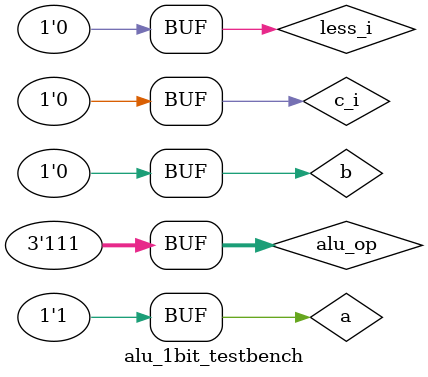
<source format=v>
`define DELAY 20
module alu_1bit_testbench();
	//module alu_1bit(res, c_i_plus_1, alu_op, a, b, c_i, less_i);
	reg a, b, c_i, less_i;
	reg [2:0] alu_op;
	wire res, c_i_plus_1;
	
	alu_1bit alu1bit(res,c_i_plus_1,alu_op, a, b, c_i, less_i);
		
	initial begin
	//add
	alu_op = 3'b000; a =1'b1; b = 1'b1; c_i = 1'b1;less_i = 1'b0;
	#`DELAY;
	//xor
	alu_op = 3'b001; a =1'b1; b = 1'b0; c_i = 1'b0;less_i = 1'b0;
	#`DELAY;
	//sub
	alu_op = 3'b010; a =1'b1; b = 1'b0; c_i = 1'b1;less_i = 1'b0;
	#`DELAY;
	//mult
	alu_op = 3'b011; a =1'b1; b = 1'b0; c_i = 1'b0;less_i = 1'b0;
	#`DELAY;
	//slt
	alu_op = 3'b100; a =1'b1; b = 1'b0; c_i = 1'b1;less_i = 1'b0;
	#`DELAY;
	//nor
	alu_op = 3'b101; a =1'b1; b = 1'b0; c_i = 1'b0;less_i = 1'b0;
	#`DELAY;
	//and
	alu_op = 3'b110; a =1'b1; b = 1'b0; c_i = 1'b0;less_i = 1'b0;
	#`DELAY;
	//or
	alu_op = 3'b111; a =1'b1; b = 1'b0; c_i = 1'b0;less_i = 1'b0;
	#`DELAY;
	end
	initial begin
	$monitor("time=%2d,a=%1b,b=%1b,c_i=%1b,less_i=%1b, alu_op2=%1b,alu_op1=%1b,alu_op0=%1b,c_i_plus_1=%1b,res=%1b"
	          ,$time, a, b, c_i, less_i ,alu_op[2], alu_op[1], alu_op[0], c_i_plus_1, res);
	end
endmodule
</source>
